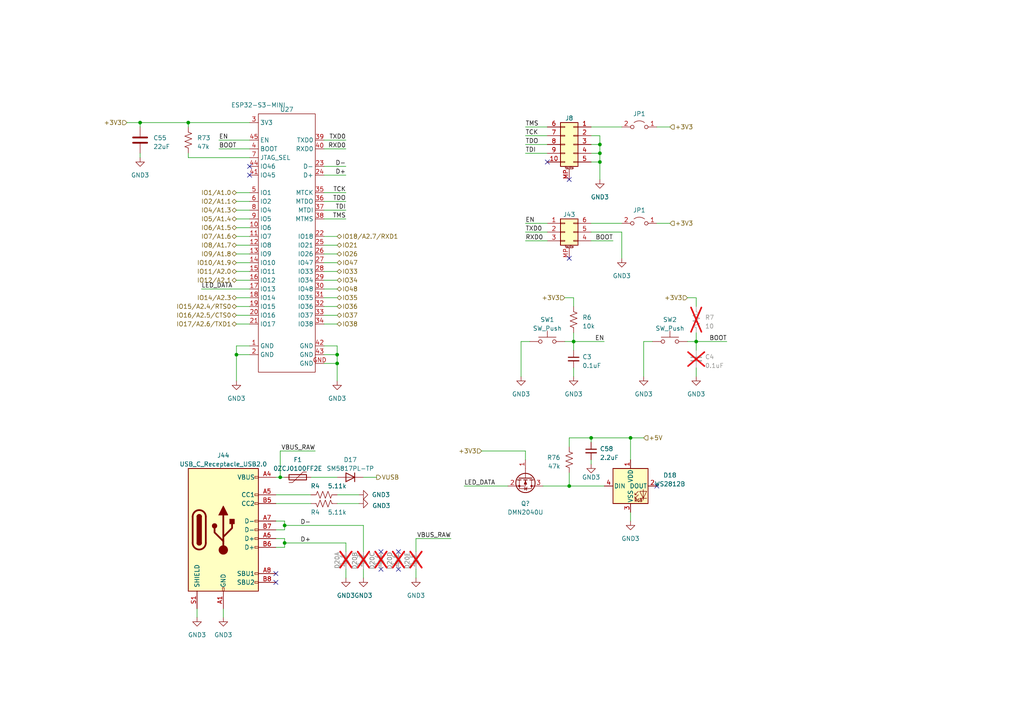
<source format=kicad_sch>
(kicad_sch (version 20230121) (generator eeschema)
  (paper "A4")
  (lib_symbols
    (symbol "Connector:USB_C_Receptacle_USB2.0" (pin_names (offset 1.016))
      (property "Reference" "J" (at -10.16 19.05 0))
      (property "Value" "USB_C_Receptacle_USB2.0" (at 19.05 19.05 0))
      (symbol "USB_C_Receptacle_USB2.0_0_0"
        (rectangle (start -0.254 -17.78) (end 0.254 -16.764))
        (rectangle (start 10.16 -14.986) (end 9.144 -15.494))
        (rectangle (start 10.16 -12.446) (end 9.144 -12.954))
        (rectangle (start 10.16 -4.826) (end 9.144 -5.334))
        (rectangle (start 10.16 -2.286) (end 9.144 -2.794))
        (rectangle (start 10.16 0.254) (end 9.144 -0.254))
        (rectangle (start 10.16 2.794) (end 9.144 2.286))
        (rectangle (start 10.16 7.874) (end 9.144 7.366))
        (rectangle (start 10.16 10.414) (end 9.144 9.906))
        (rectangle (start 10.16 15.494) (end 9.144 14.986))
      )
      (symbol "USB_C_Receptacle_USB2.0_0_1"
        (rectangle (start -10.16 17.78) (end 10.16 -17.78) (stroke (width 0.254)) (fill (type background)))
        (arc (start -8.89 -3.81) (mid -6.985 -5.7067) (end -5.08 -3.81) (stroke (width 0.508)))
        (arc (start -7.62 -3.81) (mid -6.985 -4.4423) (end -6.35 -3.81) (stroke (width 0.254)))
        (arc (start -7.62 -3.81) (mid -6.985 -4.4423) (end -6.35 -3.81) (stroke (width 0.254)) (fill (type outline)))
        (rectangle (start -7.62 -3.81) (end -6.35 3.81) (stroke (width 0.254)) (fill (type outline)))
        (arc (start -6.35 3.81) (mid -6.985 4.4423) (end -7.62 3.81) (stroke (width 0.254)))
        (arc (start -6.35 3.81) (mid -6.985 4.4423) (end -7.62 3.81) (stroke (width 0.254)) (fill (type outline)))
        (arc (start -5.08 3.81) (mid -6.985 5.7067) (end -8.89 3.81) (stroke (width 0.508)))
        (circle (center -2.54 1.143) (radius 0.635) (stroke (width 0.254)) (fill (type outline)))
        (circle (center 0 -5.842) (radius 1.27) (fill (type outline)))
        (polyline (pts (xy -8.89 -3.81) (xy -8.89 3.81)) (stroke (width 0.508)))
        (polyline (pts (xy -5.08 3.81) (xy -5.08 -3.81)) (stroke (width 0.508)))
        (polyline (pts (xy 0 -5.842) (xy 0 4.318)) (stroke (width 0.508)))
        (polyline (pts (xy 0 -3.302) (xy -2.54 -0.762) (xy -2.54 0.508)) (stroke (width 0.508)))
        (polyline (pts (xy 0 -2.032) (xy 2.54 0.508) (xy 2.54 1.778)) (stroke (width 0.508)))
        (polyline (pts (xy -1.27 4.318) (xy 0 6.858) (xy 1.27 4.318) (xy -1.27 4.318)) (stroke (width 0.254)) (fill (type outline)))
        (rectangle (start 1.905 1.778) (end 3.175 3.048) (stroke (width 0.254)) (fill (type outline)))
      )
      (symbol "USB_C_Receptacle_USB2.0_1_1"
        (pin passive line (at 0 -22.86 90) (length 5.08) (name "GND") (number "A1"))
        (pin passive line (at 0 -22.86 90) (length 5.08) hide (name "GND") (number "A12"))
        (pin passive line (at 15.24 15.24 180) (length 5.08) (name "VBUS") (number "A4"))
        (pin bidirectional line (at 15.24 10.16 180) (length 5.08) (name "CC1") (number "A5"))
        (pin bidirectional line (at 15.24 -2.54 180) (length 5.08) (name "D+") (number "A6"))
        (pin bidirectional line (at 15.24 2.54 180) (length 5.08) (name "D-") (number "A7"))
        (pin bidirectional line (at 15.24 -12.7 180) (length 5.08) (name "SBU1") (number "A8"))
        (pin passive line (at 15.24 15.24 180) (length 5.08) hide (name "VBUS") (number "A9"))
        (pin passive line (at 0 -22.86 90) (length 5.08) hide (name "GND") (number "B1"))
        (pin passive line (at 0 -22.86 90) (length 5.08) hide (name "GND") (number "B12"))
        (pin passive line (at 15.24 15.24 180) (length 5.08) hide (name "VBUS") (number "B4"))
        (pin bidirectional line (at 15.24 7.62 180) (length 5.08) (name "CC2") (number "B5"))
        (pin bidirectional line (at 15.24 -5.08 180) (length 5.08) (name "D+") (number "B6"))
        (pin bidirectional line (at 15.24 0 180) (length 5.08) (name "D-") (number "B7"))
        (pin bidirectional line (at 15.24 -15.24 180) (length 5.08) (name "SBU2") (number "B8"))
        (pin passive line (at 15.24 15.24 180) (length 5.08) hide (name "VBUS") (number "B9"))
        (pin passive line (at -7.62 -22.86 90) (length 5.08) (name "SHIELD") (number "S1"))
      )
    )
    (symbol "Connector_Generic_MountingPin:Conn_02x03_Counter_Clockwise_MountingPin" (pin_names (offset 1.016) hide)
      (property "Reference" "J" (at 1.27 5.08 0))
      (property "Value" "Conn_02x03_Counter_Clockwise_MountingPin" (at 2.54 -5.08 0))
      (symbol "Conn_02x03_Counter_Clockwise_MountingPin_1_1"
        (rectangle (start -1.27 -2.413) (end 0 -2.667) (stroke (width 0.1524)))
        (rectangle (start -1.27 0.127) (end 0 -0.127) (stroke (width 0.1524)))
        (rectangle (start -1.27 2.667) (end 0 2.413) (stroke (width 0.1524)))
        (rectangle (start -1.27 3.81) (end 3.81 -3.81) (stroke (width 0.254)) (fill (type background)))
        (polyline (pts (xy 0.254 -4.572) (xy 2.286 -4.572)) (stroke (width 0.1524)))
        (rectangle (start 3.81 -2.413) (end 2.54 -2.667) (stroke (width 0.1524)))
        (rectangle (start 3.81 0.127) (end 2.54 -0.127) (stroke (width 0.1524)))
        (rectangle (start 3.81 2.667) (end 2.54 2.413) (stroke (width 0.1524)))
        (text "Mounting" (at 1.27 -4.191 0) (effects (font (size 0.381 0.381))))
        (pin passive line (at -5.08 2.54 0) (length 3.81) (name "Pin_1") (number "1"))
        (pin passive line (at -5.08 0 0) (length 3.81) (name "Pin_2") (number "2"))
        (pin passive line (at -5.08 -2.54 0) (length 3.81) (name "Pin_3") (number "3"))
        (pin passive line (at 7.62 -2.54 180) (length 3.81) (name "Pin_4") (number "4"))
        (pin passive line (at 7.62 0 180) (length 3.81) (name "Pin_5") (number "5"))
        (pin passive line (at 7.62 2.54 180) (length 3.81) (name "Pin_6") (number "6"))
        (pin passive line (at 1.27 -7.62 90) (length 3.048) (name "MountPin") (number "MP"))
      )
    )
    (symbol "Connector_Generic_MountingPin:Conn_02x05_Top_Bottom_MountingPin" (pin_names (offset 1.016) hide)
      (property "Reference" "J" (at 1.27 7.62 0))
      (property "Value" "Conn_02x05_Top_Bottom_MountingPin" (at 2.54 -7.62 0))
      (symbol "Conn_02x05_Top_Bottom_MountingPin_1_1"
        (rectangle (start -1.27 -4.953) (end 0 -5.207) (stroke (width 0.1524)))
        (rectangle (start -1.27 -2.413) (end 0 -2.667) (stroke (width 0.1524)))
        (rectangle (start -1.27 0.127) (end 0 -0.127) (stroke (width 0.1524)))
        (rectangle (start -1.27 2.667) (end 0 2.413) (stroke (width 0.1524)))
        (rectangle (start -1.27 5.207) (end 0 4.953) (stroke (width 0.1524)))
        (rectangle (start -1.27 6.35) (end 3.81 -6.35) (stroke (width 0.254)) (fill (type background)))
        (polyline (pts (xy 0.254 -7.112) (xy 2.286 -7.112)) (stroke (width 0.1524)))
        (rectangle (start 3.81 -4.953) (end 2.54 -5.207) (stroke (width 0.1524)))
        (rectangle (start 3.81 -2.413) (end 2.54 -2.667) (stroke (width 0.1524)))
        (rectangle (start 3.81 0.127) (end 2.54 -0.127) (stroke (width 0.1524)))
        (rectangle (start 3.81 2.667) (end 2.54 2.413) (stroke (width 0.1524)))
        (rectangle (start 3.81 5.207) (end 2.54 4.953) (stroke (width 0.1524)))
        (text "Mounting" (at 1.27 -6.731 0) (effects (font (size 0.381 0.381))))
        (pin passive line (at -5.08 5.08 0) (length 3.81) (name "Pin_1") (number "1"))
        (pin passive line (at 7.62 -5.08 180) (length 3.81) (name "Pin_10") (number "10"))
        (pin passive line (at -5.08 2.54 0) (length 3.81) (name "Pin_2") (number "2"))
        (pin passive line (at -5.08 0 0) (length 3.81) (name "Pin_3") (number "3"))
        (pin passive line (at -5.08 -2.54 0) (length 3.81) (name "Pin_4") (number "4"))
        (pin passive line (at -5.08 -5.08 0) (length 3.81) (name "Pin_5") (number "5"))
        (pin passive line (at 7.62 5.08 180) (length 3.81) (name "Pin_6") (number "6"))
        (pin passive line (at 7.62 2.54 180) (length 3.81) (name "Pin_7") (number "7"))
        (pin passive line (at 7.62 0 180) (length 3.81) (name "Pin_8") (number "8"))
        (pin passive line (at 7.62 -2.54 180) (length 3.81) (name "Pin_9") (number "9"))
        (pin passive line (at 1.27 -10.16 90) (length 3.048) (name "MountPin") (number "MP"))
      )
    )
    (symbol "Device:C" (pin_numbers hide) (pin_names (offset 0.254))
      (property "Reference" "C" (at 0.635 2.54 0))
      (property "Value" "C" (at 0.635 -2.54 0))
      (symbol "C_0_1"
        (polyline (pts (xy -2.032 -0.762) (xy 2.032 -0.762)) (stroke (width 0.508)))
        (polyline (pts (xy -2.032 0.762) (xy 2.032 0.762)) (stroke (width 0.508)))
      )
      (symbol "C_1_1"
        (pin passive line (at 0 3.81 270) (length 2.794) (name "~") (number "1"))
        (pin passive line (at 0 -3.81 90) (length 2.794) (name "~") (number "2"))
      )
    )
    (symbol "Device:C_Small" (pin_numbers hide) (pin_names (offset 0.254) hide)
      (property "Reference" "C" (at 0.254 1.778 0))
      (property "Value" "C_Small" (at 0.254 -2.032 0))
      (symbol "C_Small_0_1"
        (polyline (pts (xy -1.524 -0.508) (xy 1.524 -0.508)) (stroke (width 0.3302)))
        (polyline (pts (xy -1.524 0.508) (xy 1.524 0.508)) (stroke (width 0.3048)))
      )
      (symbol "C_Small_1_1"
        (pin passive line (at 0 2.54 270) (length 2.032) (name "~") (number "1"))
        (pin passive line (at 0 -2.54 90) (length 2.032) (name "~") (number "2"))
      )
    )
    (symbol "Device:D" (pin_numbers hide) (pin_names (offset 1.016) hide)
      (property "Reference" "D" (at 0 2.54 0))
      (property "Value" "D" (at 0 -2.54 0))
      (symbol "D_0_1"
        (polyline (pts (xy -1.27 1.27) (xy -1.27 -1.27)) (stroke (width 0.254)))
        (polyline (pts (xy 1.27 0) (xy -1.27 0)))
        (polyline (pts (xy 1.27 1.27) (xy 1.27 -1.27) (xy -1.27 0) (xy 1.27 1.27)) (stroke (width 0.254)))
      )
      (symbol "D_1_1"
        (pin passive line (at -3.81 0 0) (length 2.54) (name "K") (number "1"))
        (pin passive line (at 3.81 0 180) (length 2.54) (name "A") (number "2"))
      )
    )
    (symbol "Device:Polyfuse" (pin_numbers hide) (pin_names (offset 0))
      (property "Reference" "F" (at -2.54 0 90))
      (property "Value" "Polyfuse" (at 2.54 0 90))
      (symbol "Polyfuse_0_1"
        (rectangle (start -0.762 2.54) (end 0.762 -2.54) (stroke (width 0.254)))
        (polyline (pts (xy 0 2.54) (xy 0 -2.54)))
        (polyline (pts (xy -1.524 2.54) (xy -1.524 1.524) (xy 1.524 -1.524) (xy 1.524 -2.54)))
      )
      (symbol "Polyfuse_1_1"
        (pin passive line (at 0 3.81 270) (length 1.27) (name "~") (number "1"))
        (pin passive line (at 0 -3.81 90) (length 1.27) (name "~") (number "2"))
      )
    )
    (symbol "Device:Q_NMOS_GSD" (pin_names (offset 0) hide)
      (property "Reference" "Q" (at 5.08 1.27 0))
      (property "Value" "Q_NMOS_GSD" (at 5.08 -1.27 0))
      (symbol "Q_NMOS_GSD_0_1"
        (polyline (pts (xy 0.254 0) (xy -2.54 0)))
        (polyline (pts (xy 0.254 1.905) (xy 0.254 -1.905)) (stroke (width 0.254)))
        (polyline (pts (xy 0.762 -1.27) (xy 0.762 -2.286)) (stroke (width 0.254)))
        (polyline (pts (xy 0.762 0.508) (xy 0.762 -0.508)) (stroke (width 0.254)))
        (polyline (pts (xy 0.762 2.286) (xy 0.762 1.27)) (stroke (width 0.254)))
        (polyline (pts (xy 2.54 2.54) (xy 2.54 1.778)))
        (polyline (pts (xy 2.54 -2.54) (xy 2.54 0) (xy 0.762 0)))
        (polyline (pts (xy 0.762 -1.778) (xy 3.302 -1.778) (xy 3.302 1.778) (xy 0.762 1.778)))
        (polyline (pts (xy 1.016 0) (xy 2.032 0.381) (xy 2.032 -0.381) (xy 1.016 0)) (fill (type outline)))
        (polyline (pts (xy 2.794 0.508) (xy 2.921 0.381) (xy 3.683 0.381) (xy 3.81 0.254)))
        (polyline (pts (xy 3.302 0.381) (xy 2.921 -0.254) (xy 3.683 -0.254) (xy 3.302 0.381)))
        (circle (center 1.651 0) (radius 2.794) (stroke (width 0.254)))
        (circle (center 2.54 -1.778) (radius 0.254) (fill (type outline)))
        (circle (center 2.54 1.778) (radius 0.254) (fill (type outline)))
      )
      (symbol "Q_NMOS_GSD_1_1"
        (pin input line (at -5.08 0 0) (length 2.54) (name "G") (number "1"))
        (pin passive line (at 2.54 -5.08 90) (length 2.54) (name "S") (number "2"))
        (pin passive line (at 2.54 5.08 270) (length 2.54) (name "D") (number "3"))
      )
    )
    (symbol "Device:R_US" (pin_numbers hide) (pin_names (offset 0))
      (property "Reference" "R" (at 2.54 0 90))
      (property "Value" "R_US" (at -2.54 0 90))
      (symbol "R_US_0_1"
        (polyline (pts (xy 0 -2.286) (xy 0 -2.54)))
        (polyline (pts (xy 0 2.286) (xy 0 2.54)))
        (polyline (pts (xy 0 -0.762) (xy 1.016 -1.143) (xy 0 -1.524) (xy -1.016 -1.905) (xy 0 -2.286)))
        (polyline (pts (xy 0 0.762) (xy 1.016 0.381) (xy 0 0) (xy -1.016 -0.381) (xy 0 -0.762)))
        (polyline (pts (xy 0 2.286) (xy 1.016 1.905) (xy 0 1.524) (xy -1.016 1.143) (xy 0 0.762)))
      )
      (symbol "R_US_1_1"
        (pin passive line (at 0 3.81 270) (length 1.27) (name "~") (number "1"))
        (pin passive line (at 0 -3.81 90) (length 1.27) (name "~") (number "2"))
      )
    )
    (symbol "Jumper:Jumper_2_Open" (pin_names (offset 0) hide)
      (property "Reference" "JP" (at 0 2.794 0))
      (property "Value" "Jumper_2_Open" (at 0 -2.286 0))
      (symbol "Jumper_2_Open_0_0"
        (circle (center -2.032 0) (radius 0.508))
        (circle (center 2.032 0) (radius 0.508))
      )
      (symbol "Jumper_2_Open_0_1"
        (arc (start 1.524 1.27) (mid 0 1.778) (end -1.524 1.27))
      )
      (symbol "Jumper_2_Open_1_1"
        (pin passive line (at -5.08 0 0) (length 2.54) (name "A") (number "1"))
        (pin passive line (at 5.08 0 180) (length 2.54) (name "B") (number "2"))
      )
    )
    (symbol "LED:WS2812B" (pin_names (offset 0.254))
      (property "Reference" "D" (at 5.08 5.715 0))
      (property "Value" "WS2812B" (at 1.27 -5.715 0))
      (symbol "WS2812B_0_0"
        (text "RGB" (at 2.286 -4.191 0) (effects (font (size 0.762 0.762))))
      )
      (symbol "WS2812B_0_1"
        (polyline (pts (xy 1.27 -3.556) (xy 1.778 -3.556)))
        (polyline (pts (xy 1.27 -2.54) (xy 1.778 -2.54)))
        (polyline (pts (xy 4.699 -3.556) (xy 2.667 -3.556)))
        (polyline (pts (xy 2.286 -2.54) (xy 1.27 -3.556) (xy 1.27 -3.048)))
        (polyline (pts (xy 2.286 -1.524) (xy 1.27 -2.54) (xy 1.27 -2.032)))
        (polyline (pts (xy 3.683 -1.016) (xy 3.683 -3.556) (xy 3.683 -4.064)))
        (polyline (pts (xy 4.699 -1.524) (xy 2.667 -1.524) (xy 3.683 -3.556) (xy 4.699 -1.524)))
        (rectangle (start 5.08 5.08) (end -5.08 -5.08) (stroke (width 0.254)) (fill (type background)))
      )
      (symbol "WS2812B_1_1"
        (pin power_in line (at 0 7.62 270) (length 2.54) (name "VDD") (number "1"))
        (pin output line (at 7.62 0 180) (length 2.54) (name "DOUT") (number "2"))
        (pin power_in line (at 0 -7.62 90) (length 2.54) (name "VSS") (number "3"))
        (pin input line (at -7.62 0 0) (length 2.54) (name "DIN") (number "4"))
      )
    )
    (symbol "Rumission:D5V0F4U6SO" (pin_names hide)
      (property "Reference" "D" (at 0 0 0))
      (symbol "D5V0F4U6SO_1_1"
        (polyline (pts (xy -1.27 -2.54) (xy 0.762 -2.54)))
        (polyline (pts (xy -1.27 -1.524) (xy -1.27 -3.556) (xy -0.762 -3.556)))
        (polyline (pts (xy 0.762 -1.524) (xy -1.27 -2.54) (xy 0.762 -3.556) (xy 0.762 -1.524)))
        (pin passive line (at -2.54 -2.54 0) (length 2.54) (name "K1") (number "1"))
        (pin passive line (at 2.54 -2.54 180) (length 2.54) (name "A") (number "2"))
      )
      (symbol "D5V0F4U6SO_2_1"
        (polyline (pts (xy -1.27 -2.54) (xy 0.762 -2.54)))
        (polyline (pts (xy -1.27 -1.524) (xy -1.27 -3.556) (xy -0.762 -3.556)))
        (polyline (pts (xy 0.762 -1.524) (xy -1.27 -2.54) (xy 0.762 -3.556) (xy 0.762 -1.524)))
        (pin passive line (at 2.54 -2.54 180) (length 2.54) (name "A") (number "2"))
        (pin passive line (at -2.54 -2.54 0) (length 2.54) (name "K2") (number "3"))
      )
      (symbol "D5V0F4U6SO_3_1"
        (polyline (pts (xy -1.27 -2.54) (xy 0.762 -2.54)))
        (polyline (pts (xy -1.27 -1.524) (xy -1.27 -3.556) (xy -0.762 -3.556)))
        (polyline (pts (xy 0.762 -1.524) (xy -1.27 -2.54) (xy 0.762 -3.556) (xy 0.762 -1.524)))
        (pin passive line (at 2.54 -2.54 180) (length 2.54) (name "A") (number "2"))
        (pin passive line (at -2.54 -2.54 0) (length 2.54) (name "K3") (number "4"))
      )
      (symbol "D5V0F4U6SO_4_1"
        (polyline (pts (xy -1.27 -2.54) (xy 0.762 -2.54)))
        (polyline (pts (xy -1.27 -1.524) (xy -1.27 -3.556) (xy -0.762 -3.556)))
        (polyline (pts (xy 0.762 -1.524) (xy -1.27 -2.54) (xy 0.762 -3.556) (xy 0.762 -1.524)))
        (pin passive line (at 2.54 -2.54 180) (length 2.54) (name "A") (number "2"))
        (pin passive line (at -2.54 -2.54 0) (length 2.54) (name "K4") (number "6"))
      )
      (symbol "D5V0F4U6SO_5_1"
        (polyline (pts (xy 0 -5.08) (xy 0 -7.112)))
        (polyline (pts (xy 1.016 -5.08) (xy -1.016 -5.08) (xy -1.016 -5.588)))
        (polyline (pts (xy 1.016 -7.112) (xy 0 -5.08) (xy -1.016 -7.112) (xy 1.016 -7.112)))
        (pin passive line (at 0 -8.89 90) (length 2.54) (name "A") (number "2"))
        (pin passive line (at 0 -3.81 270) (length 2.54) (name "K_Vcc") (number "5"))
      )
    )
    (symbol "Rumission:ESP32-S3-MINI"
      (property "Reference" "U" (at 0 0 0))
      (symbol "ESP32-S3-MINI_0_1"
        (rectangle (start 0 -2.54) (end 16.51 -77.47))
      )
      (symbol "ESP32-S3-MINI_1_1"
        (pin power_out line (at -2.54 -69.85 0) (length 2.54) (name "GND") (number "1"))
        (pin bidirectional line (at -2.54 -35.56 0) (length 2.54) (name "IO6") (number "10"))
        (pin bidirectional line (at -2.54 -38.1 0) (length 2.54) (name "IO7") (number "11"))
        (pin bidirectional line (at -2.54 -40.64 0) (length 2.54) (name "IO8") (number "12"))
        (pin bidirectional line (at -2.54 -43.18 0) (length 2.54) (name "IO9") (number "13"))
        (pin bidirectional line (at -2.54 -45.72 0) (length 2.54) (name "IO10") (number "14"))
        (pin bidirectional line (at -2.54 -48.26 0) (length 2.54) (name "IO11") (number "15"))
        (pin bidirectional line (at -2.54 -50.8 0) (length 2.54) (name "IO12") (number "16"))
        (pin bidirectional line (at -2.54 -53.34 0) (length 2.54) (name "IO13") (number "17"))
        (pin bidirectional line (at -2.54 -55.88 0) (length 2.54) (name "IO14") (number "18"))
        (pin bidirectional line (at -2.54 -58.42 0) (length 2.54) (name "IO15") (number "19"))
        (pin power_out line (at -2.54 -72.39 0) (length 2.54) (name "GND") (number "2"))
        (pin bidirectional line (at -2.54 -60.96 0) (length 2.54) (name "IO16") (number "20"))
        (pin bidirectional line (at -2.54 -63.5 0) (length 2.54) (name "IO17") (number "21"))
        (pin bidirectional line (at 19.05 -38.1 180) (length 2.54) (name "IO18") (number "22"))
        (pin bidirectional line (at 19.05 -17.78 180) (length 2.54) (name "D-") (number "23"))
        (pin bidirectional line (at 19.05 -20.32 180) (length 2.54) (name "D+") (number "24"))
        (pin bidirectional line (at 19.05 -40.64 180) (length 2.54) (name "IO21") (number "25"))
        (pin bidirectional line (at 19.05 -43.18 180) (length 2.54) (name "IO26") (number "26"))
        (pin bidirectional line (at 19.05 -45.72 180) (length 2.54) (name "IO47") (number "27"))
        (pin bidirectional line (at 19.05 -48.26 180) (length 2.54) (name "IO33") (number "28"))
        (pin bidirectional line (at 19.05 -50.8 180) (length 2.54) (name "IO34") (number "29"))
        (pin input line (at -2.54 -5.08 0) (length 2.54) (name "3V3") (number "3"))
        (pin bidirectional line (at 19.05 -53.34 180) (length 2.54) (name "IO48") (number "30"))
        (pin bidirectional line (at 19.05 -55.88 180) (length 2.54) (name "IO35") (number "31"))
        (pin bidirectional line (at 19.05 -58.42 180) (length 2.54) (name "IO36") (number "32"))
        (pin bidirectional line (at 19.05 -60.96 180) (length 2.54) (name "IO37") (number "33"))
        (pin bidirectional line (at 19.05 -63.5 180) (length 2.54) (name "IO38") (number "34"))
        (pin bidirectional line (at 19.05 -25.4 180) (length 2.54) (name "MTCK") (number "35"))
        (pin bidirectional line (at 19.05 -27.94 180) (length 2.54) (name "MTDO") (number "36"))
        (pin bidirectional line (at 19.05 -30.48 180) (length 2.54) (name "MTDI") (number "37"))
        (pin bidirectional line (at 19.05 -33.02 180) (length 2.54) (name "MTMS") (number "38"))
        (pin bidirectional line (at 19.05 -10.16 180) (length 2.54) (name "TXD0") (number "39"))
        (pin bidirectional line (at -2.54 -12.7 0) (length 2.54) (name "BOOT") (number "4"))
        (pin bidirectional line (at 19.05 -12.7 180) (length 2.54) (name "RXD0") (number "40"))
        (pin bidirectional line (at -2.54 -20.32 0) (length 2.54) (name "IO45") (number "41"))
        (pin power_out line (at 19.05 -69.85 180) (length 2.54) (name "GND") (number "42"))
        (pin power_out line (at 19.05 -72.39 180) (length 2.54) (name "GND") (number "43"))
        (pin bidirectional line (at -2.54 -17.78 0) (length 2.54) (name "IO46") (number "44"))
        (pin input line (at -2.54 -10.16 0) (length 2.54) (name "EN") (number "45"))
        (pin bidirectional line (at -2.54 -25.4 0) (length 2.54) (name "IO1") (number "5"))
        (pin bidirectional line (at -2.54 -27.94 0) (length 2.54) (name "IO2") (number "6"))
        (pin bidirectional line (at -2.54 -15.24 0) (length 2.54) (name "JTAG_SEL") (number "7"))
        (pin bidirectional line (at -2.54 -30.48 0) (length 2.54) (name "IO4") (number "8"))
        (pin bidirectional line (at -2.54 -33.02 0) (length 2.54) (name "IO5") (number "9"))
        (pin power_out line (at 19.05 -74.93 180) (length 2.54) (name "GND") (number "GND"))
      )
    )
    (symbol "Switch:SW_Push" (pin_numbers hide) (pin_names (offset 1.016) hide)
      (property "Reference" "SW" (at 1.27 2.54 0))
      (property "Value" "SW_Push" (at 0 -1.524 0))
      (symbol "SW_Push_0_1"
        (circle (center -2.032 0) (radius 0.508))
        (polyline (pts (xy 0 1.27) (xy 0 3.048)))
        (polyline (pts (xy 2.54 1.27) (xy -2.54 1.27)))
        (circle (center 2.032 0) (radius 0.508))
        (pin passive line (at -5.08 0 0) (length 2.54) (name "1") (number "1"))
        (pin passive line (at 5.08 0 180) (length 2.54) (name "2") (number "2"))
      )
    )
    (symbol "power:GND3" (power) (pin_names (offset 0))
      (property "Value" "GND3" (at 0 -3.81 0))
      (symbol "GND3_0_1"
        (polyline (pts (xy 0 0) (xy 0 -1.27) (xy 1.27 -1.27) (xy 0 -2.54) (xy -1.27 -1.27) (xy 0 -1.27)))
      )
      (symbol "GND3_1_1"
        (pin power_in line (at 0 0 270) (length 0) hide (name "GND3") (number "1"))
      )
    )
  )
  (junction (at 81.28 138.43))
  (junction (at 97.79 102.87))
  (junction (at 166.37 99.06))
  (junction (at 82.55 152.4))
  (junction (at 40.64 35.56))
  (junction (at 201.93 99.06))
  (junction (at 171.45 127))
  (junction (at 182.88 127))
  (junction (at 54.61 35.56))
  (junction (at 173.99 46.99))
  (junction (at 173.99 41.91))
  (junction (at 68.58 102.87))
  (junction (at 173.99 44.45))
  (junction (at 97.79 105.41))
  (junction (at 82.55 157.48))
  (junction (at 165.1 140.97))
  (no_connect (at 72.39 50.8))
  (no_connect (at 110.49 165.1))
  (no_connect (at 165.1 52.07))
  (no_connect (at 158.75 46.99))
  (no_connect (at 190.5 140.97))
  (no_connect (at 80.01 166.37))
  (no_connect (at 115.57 160.02))
  (no_connect (at 115.57 165.1))
  (no_connect (at 110.49 160.02))
  (no_connect (at 80.01 168.91))
  (no_connect (at 165.1 74.93))
  (no_connect (at 72.39 48.26))
  (wire (pts (xy 166.37 106.68) (xy 166.37 109.22)))
  (wire (pts (xy 93.98 91.44) (xy 97.79 91.44)))
  (wire (pts (xy 93.98 102.87) (xy 97.79 102.87)))
  (wire (pts (xy 134.62 140.97) (xy 147.32 140.97)))
  (wire (pts (xy 80.01 151.13) (xy 82.55 151.13)))
  (wire (pts (xy 165.1 140.97) (xy 175.26 140.97)))
  (wire (pts (xy 163.83 99.06) (xy 166.37 99.06)))
  (wire (pts (xy 93.98 55.88) (xy 100.33 55.88)))
  (wire (pts (xy 166.37 96.52) (xy 166.37 99.06)))
  (wire (pts (xy 68.58 63.5) (xy 72.39 63.5)))
  (wire (pts (xy 199.39 99.06) (xy 201.93 99.06)))
  (wire (pts (xy 201.93 88.9) (xy 201.93 86.36)))
  (wire (pts (xy 186.69 109.22) (xy 186.69 99.06)))
  (wire (pts (xy 68.58 88.9) (xy 72.39 88.9)))
  (wire (pts (xy 68.58 100.33) (xy 72.39 100.33)))
  (wire (pts (xy 82.55 152.4) (xy 105.41 152.4)))
  (wire (pts (xy 40.64 36.83) (xy 40.64 35.56)))
  (wire (pts (xy 63.5 43.18) (xy 72.39 43.18)))
  (wire (pts (xy 93.98 50.8) (xy 100.33 50.8)))
  (wire (pts (xy 68.58 73.66) (xy 72.39 73.66)))
  (wire (pts (xy 186.69 99.06) (xy 189.23 99.06)))
  (wire (pts (xy 68.58 102.87) (xy 68.58 100.33)))
  (wire (pts (xy 80.01 146.05) (xy 90.17 146.05)))
  (wire (pts (xy 82.55 157.48) (xy 100.33 157.48)))
  (wire (pts (xy 80.01 143.51) (xy 90.17 143.51)))
  (wire (pts (xy 81.28 138.43) (xy 82.55 138.43)))
  (wire (pts (xy 152.4 64.77) (xy 158.75 64.77)))
  (wire (pts (xy 54.61 35.56) (xy 72.39 35.56)))
  (wire (pts (xy 199.39 86.36) (xy 201.93 86.36)))
  (wire (pts (xy 152.4 67.31) (xy 158.75 67.31)))
  (wire (pts (xy 158.75 39.37) (xy 152.4 39.37)))
  (wire (pts (xy 93.98 48.26) (xy 100.33 48.26)))
  (wire (pts (xy 180.34 36.83) (xy 171.45 36.83)))
  (wire (pts (xy 82.55 158.75) (xy 80.01 158.75)))
  (wire (pts (xy 201.93 99.06) (xy 201.93 101.6)))
  (wire (pts (xy 93.98 78.74) (xy 97.79 78.74)))
  (wire (pts (xy 93.98 86.36) (xy 97.79 86.36)))
  (wire (pts (xy 68.58 93.98) (xy 72.39 93.98)))
  (wire (pts (xy 166.37 99.06) (xy 166.37 101.6)))
  (wire (pts (xy 165.1 129.54) (xy 165.1 127)))
  (wire (pts (xy 152.4 69.85) (xy 158.75 69.85)))
  (wire (pts (xy 171.45 67.31) (xy 180.34 67.31)))
  (wire (pts (xy 93.98 63.5) (xy 100.33 63.5)))
  (wire (pts (xy 105.41 160.02) (xy 105.41 152.4)))
  (wire (pts (xy 166.37 88.9) (xy 166.37 86.36)))
  (wire (pts (xy 194.31 36.83) (xy 190.5 36.83)))
  (wire (pts (xy 173.99 41.91) (xy 173.99 44.45)))
  (wire (pts (xy 97.79 143.51) (xy 104.14 143.51)))
  (wire (pts (xy 68.58 76.2) (xy 72.39 76.2)))
  (wire (pts (xy 36.83 35.56) (xy 40.64 35.56)))
  (wire (pts (xy 40.64 44.45) (xy 40.64 45.72)))
  (wire (pts (xy 93.98 58.42) (xy 100.33 58.42)))
  (wire (pts (xy 171.45 127) (xy 182.88 127)))
  (wire (pts (xy 97.79 146.05) (xy 104.14 146.05)))
  (wire (pts (xy 180.34 64.77) (xy 171.45 64.77)))
  (wire (pts (xy 93.98 60.96) (xy 100.33 60.96)))
  (wire (pts (xy 93.98 73.66) (xy 97.79 73.66)))
  (wire (pts (xy 163.83 86.36) (xy 166.37 86.36)))
  (wire (pts (xy 93.98 71.12) (xy 97.79 71.12)))
  (wire (pts (xy 182.88 127) (xy 186.69 127)))
  (wire (pts (xy 97.79 100.33) (xy 97.79 102.87)))
  (wire (pts (xy 80.01 156.21) (xy 82.55 156.21)))
  (wire (pts (xy 93.98 40.64) (xy 100.33 40.64)))
  (wire (pts (xy 81.28 130.81) (xy 91.44 130.81)))
  (wire (pts (xy 68.58 66.04) (xy 72.39 66.04)))
  (wire (pts (xy 171.45 39.37) (xy 173.99 39.37)))
  (wire (pts (xy 139.7 130.81) (xy 152.4 130.81)))
  (wire (pts (xy 158.75 41.91) (xy 152.4 41.91)))
  (wire (pts (xy 68.58 58.42) (xy 72.39 58.42)))
  (wire (pts (xy 93.98 76.2) (xy 97.79 76.2)))
  (wire (pts (xy 68.58 71.12) (xy 72.39 71.12)))
  (wire (pts (xy 93.98 43.18) (xy 100.33 43.18)))
  (wire (pts (xy 165.1 127) (xy 171.45 127)))
  (wire (pts (xy 180.34 67.31) (xy 180.34 74.93)))
  (wire (pts (xy 68.58 110.49) (xy 68.58 102.87)))
  (wire (pts (xy 40.64 35.56) (xy 54.61 35.56)))
  (wire (pts (xy 57.15 176.53) (xy 57.15 179.07)))
  (wire (pts (xy 173.99 44.45) (xy 173.99 46.99)))
  (wire (pts (xy 81.28 130.81) (xy 81.28 138.43)))
  (wire (pts (xy 90.17 138.43) (xy 97.79 138.43)))
  (wire (pts (xy 165.1 137.16) (xy 165.1 140.97)))
  (wire (pts (xy 157.48 140.97) (xy 165.1 140.97)))
  (wire (pts (xy 54.61 35.56) (xy 54.61 36.83)))
  (wire (pts (xy 171.45 133.35) (xy 171.45 134.62)))
  (wire (pts (xy 82.55 152.4) (xy 82.55 153.67)))
  (wire (pts (xy 68.58 60.96) (xy 72.39 60.96)))
  (wire (pts (xy 182.88 127) (xy 182.88 133.35)))
  (wire (pts (xy 93.98 105.41) (xy 97.79 105.41)))
  (wire (pts (xy 100.33 160.02) (xy 100.33 157.48)))
  (wire (pts (xy 201.93 99.06) (xy 210.82 99.06)))
  (wire (pts (xy 105.41 165.1) (xy 105.41 167.64)))
  (wire (pts (xy 93.98 88.9) (xy 97.79 88.9)))
  (wire (pts (xy 120.65 156.21) (xy 120.65 160.02)))
  (wire (pts (xy 173.99 41.91) (xy 171.45 41.91)))
  (wire (pts (xy 194.31 64.77) (xy 190.5 64.77)))
  (wire (pts (xy 68.58 86.36) (xy 72.39 86.36)))
  (wire (pts (xy 100.33 165.1) (xy 100.33 167.64)))
  (wire (pts (xy 171.45 69.85) (xy 177.8 69.85)))
  (wire (pts (xy 82.55 153.67) (xy 80.01 153.67)))
  (wire (pts (xy 166.37 99.06) (xy 175.26 99.06)))
  (wire (pts (xy 171.45 127) (xy 171.45 128.27)))
  (wire (pts (xy 93.98 81.28) (xy 97.79 81.28)))
  (wire (pts (xy 82.55 157.48) (xy 82.55 158.75)))
  (wire (pts (xy 68.58 102.87) (xy 72.39 102.87)))
  (wire (pts (xy 151.13 109.22) (xy 151.13 99.06)))
  (wire (pts (xy 173.99 46.99) (xy 171.45 46.99)))
  (wire (pts (xy 93.98 100.33) (xy 97.79 100.33)))
  (wire (pts (xy 54.61 45.72) (xy 72.39 45.72)))
  (wire (pts (xy 64.77 176.53) (xy 64.77 179.07)))
  (wire (pts (xy 120.65 165.1) (xy 120.65 167.64)))
  (wire (pts (xy 68.58 55.88) (xy 72.39 55.88)))
  (wire (pts (xy 105.41 138.43) (xy 109.22 138.43)))
  (wire (pts (xy 68.58 81.28) (xy 72.39 81.28)))
  (wire (pts (xy 130.81 156.21) (xy 120.65 156.21)))
  (wire (pts (xy 93.98 83.82) (xy 97.79 83.82)))
  (wire (pts (xy 93.98 93.98) (xy 97.79 93.98)))
  (wire (pts (xy 151.13 99.06) (xy 153.67 99.06)))
  (wire (pts (xy 80.01 138.43) (xy 81.28 138.43)))
  (wire (pts (xy 58.42 83.82) (xy 72.39 83.82)))
  (wire (pts (xy 201.93 106.68) (xy 201.93 109.22)))
  (wire (pts (xy 182.88 148.59) (xy 182.88 151.13)))
  (wire (pts (xy 173.99 46.99) (xy 173.99 52.07)))
  (wire (pts (xy 97.79 105.41) (xy 97.79 110.49)))
  (wire (pts (xy 158.75 44.45) (xy 152.4 44.45)))
  (wire (pts (xy 173.99 44.45) (xy 171.45 44.45)))
  (wire (pts (xy 82.55 156.21) (xy 82.55 157.48)))
  (wire (pts (xy 158.75 36.83) (xy 152.4 36.83)))
  (wire (pts (xy 68.58 78.74) (xy 72.39 78.74)))
  (wire (pts (xy 82.55 151.13) (xy 82.55 152.4)))
  (wire (pts (xy 97.79 102.87) (xy 97.79 105.41)))
  (wire (pts (xy 173.99 39.37) (xy 173.99 41.91)))
  (wire (pts (xy 68.58 68.58) (xy 72.39 68.58)))
  (wire (pts (xy 63.5 40.64) (xy 72.39 40.64)))
  (wire (pts (xy 93.98 68.58) (xy 97.79 68.58)))
  (wire (pts (xy 201.93 96.52) (xy 201.93 99.06)))
  (wire (pts (xy 54.61 44.45) (xy 54.61 45.72)))
  (wire (pts (xy 68.58 91.44) (xy 72.39 91.44)))
  (wire (pts (xy 152.4 130.81) (xy 152.4 133.35)))
  (label "TDO" (at 152.4 41.91 0))
  (label "EN" (at 63.5 40.64 0))
  (label "TMS" (at 152.4 36.83 0))
  (label "TXD0" (at 152.4 67.31 0))
  (label "EN" (at 152.4 64.77 0))
  (label "LED_DATA" (at 134.62 140.97 0))
  (label "EN" (at 175.26 99.06 180))
  (label "BOOT" (at 177.8 69.85 180))
  (label "LED_DATA" (at 58.42 83.82 0))
  (label "D-" (at 100.33 48.26 180))
  (label "TCK" (at 100.33 55.88 180))
  (label "RXD0" (at 100.33 43.18 180))
  (label "VBUS_RAW" (at 130.81 156.21 180))
  (label "D+" (at 100.33 50.8 180))
  (label "TMS" (at 100.33 63.5 180))
  (label "BOOT" (at 63.5 43.18 0))
  (label "D-" (at 90.17 152.4 180))
  (label "TXD0" (at 100.33 40.64 180))
  (label "TDI" (at 100.33 60.96 180))
  (label "RXD0" (at 152.4 69.85 0))
  (label "VBUS_RAW" (at 91.44 130.81 180))
  (label "D+" (at 90.17 157.48 180))
  (label "TDO" (at 100.33 58.42 180))
  (label "TDI" (at 152.4 44.45 0))
  (label "TCK" (at 152.4 39.37 0))
  (label "BOOT" (at 210.82 99.06 180))
  (hierarchical_label "IO47" (shape bidirectional) (at 97.79 76.2 0))
  (hierarchical_label "IO9{slash}A1.8" (shape bidirectional) (at 68.58 73.66 180))
  (hierarchical_label "IO1{slash}A1.0" (shape bidirectional) (at 68.58 55.88 180))
  (hierarchical_label "IO36" (shape bidirectional) (at 97.79 88.9 0))
  (hierarchical_label "+5V" (shape input) (at 186.69 127 0))
  (hierarchical_label "IO35" (shape bidirectional) (at 97.79 86.36 0))
  (hierarchical_label "IO37" (shape bidirectional) (at 97.79 91.44 0))
  (hierarchical_label "IO15{slash}A2.4{slash}RTS0" (shape bidirectional) (at 68.58 88.9 180))
  (hierarchical_label "IO6{slash}A1.5" (shape bidirectional) (at 68.58 66.04 180))
  (hierarchical_label "IO12{slash}A2.1" (shape bidirectional) (at 68.58 81.28 180))
  (hierarchical_label "IO14{slash}A2.3" (shape bidirectional) (at 68.58 86.36 180))
  (hierarchical_label "IO21" (shape bidirectional) (at 97.79 71.12 0))
  (hierarchical_label "IO33" (shape bidirectional) (at 97.79 78.74 0))
  (hierarchical_label "IO18{slash}A2.7{slash}RXD1" (shape bidirectional) (at 97.79 68.58 0))
  (hierarchical_label "IO16{slash}A2.5{slash}CTS0" (shape bidirectional) (at 68.58 91.44 180))
  (hierarchical_label "+3V3" (shape input) (at 139.7 130.81 180))
  (hierarchical_label "+3V3" (shape input) (at 199.39 86.36 180))
  (hierarchical_label "IO17{slash}A2.6{slash}TXD1" (shape bidirectional) (at 68.58 93.98 180))
  (hierarchical_label "IO26" (shape bidirectional) (at 97.79 73.66 0))
  (hierarchical_label "IO2{slash}A1.1" (shape bidirectional) (at 68.58 58.42 180))
  (hierarchical_label "+3V3" (shape input) (at 163.83 86.36 180))
  (hierarchical_label "IO34" (shape bidirectional) (at 97.79 81.28 0))
  (hierarchical_label "IO8{slash}A1.7" (shape bidirectional) (at 68.58 71.12 180))
  (hierarchical_label "VUSB" (shape output) (at 109.22 138.43 0))
  (hierarchical_label "IO11{slash}A2.0" (shape bidirectional) (at 68.58 78.74 180))
  (hierarchical_label "IO5{slash}A1.4" (shape bidirectional) (at 68.58 63.5 180))
  (hierarchical_label "+3V3" (shape input) (at 36.83 35.56 180))
  (hierarchical_label "+3V3" (shape input) (at 194.31 36.83 0))
  (hierarchical_label "IO10{slash}A1.9" (shape bidirectional) (at 68.58 76.2 180))
  (hierarchical_label "IO7{slash}A1.6" (shape bidirectional) (at 68.58 68.58 180))
  (hierarchical_label "IO38" (shape bidirectional) (at 97.79 93.98 0))
  (hierarchical_label "IO48" (shape bidirectional) (at 97.79 83.82 0))
  (hierarchical_label "IO4{slash}A1.3" (shape bidirectional) (at 68.58 60.96 180))
  (hierarchical_label "+3V3" (shape input) (at 194.31 64.77 0))
  (symbol (lib_id "power:GND3") (at 180.34 74.93 0) (unit 1)
    (property "Reference" "#PWR0188" (effects hide))
    (property "Value" "GND3" (at 180.34 80.01 0))
  )
  (symbol (lib_id "Rumission:D5V0F4U6SO") (at 107.95 162.56 270) (unit 2) (dnp yes)
    (property "Reference" "D20" (at 102.87 160.02 0) (effects (justify left)))
    (property "Value" "D5V0F4U6SO" (effects hide))
    (property "Footprint" "Rumission:SOT26" (effects hide))
    (property "Datasheet" "https://www.diodes.com/assets/Datasheets/D5V0F4U6SO.pdf" (effects hide))
    (property "DigiKey PN" "D5V0F4U6SO-7DICT-ND" (effects hide))
    (property "MPN" "D5V0F4U6SO-7" (effects hide))
    (property "Manufacturer" "Diodes Incorporated" (effects hide))
    (instances (project "dboards-02" (path "" (reference "D20") (unit 2)) (path "" (reference "D21") (unit 2))))
  )
  (symbol (lib_id "power:GND3") (at 40.64 45.72 0) (unit 1)
    (property "Reference" "#PWR0186" (effects hide))
    (property "Value" "GND3" (at 40.64 50.8 0))
  )
  (symbol (lib_id "Switch:SW_Push") (at 158.75 99.06 0) (unit 1)
    (property "Reference" "SW1" (at 158.75 92.71 0))
    (property "Value" "SW_Push" (at 158.75 95.25 0))
    (property "Footprint" "Button_Switch_SMD:SW_SPST_PTS645" (effects hide))
    (property "Datasheet" "https://www.ckswitches.com/media/1471/pts645.pdf" (effects hide))
    (property "DigiKey PN" "CKN11907CT-ND" (effects hide))
    (property "MPN" "PTS645SH43SMTR92 LFS" (effects hide))
    (property "Manufacturer" "C&K" (effects hide))
    (instances (project "dboards-02" (path "" (reference "SW1") (unit 1)) (path "" (reference "SW3") (unit 1))))
  )
  (symbol (lib_id "Device:R_US") (at 93.98 143.51 270) (unit 1)
    (property "Reference" "R4" (at 91.44 140.97 90))
    (property "Value" "5.11k" (at 97.79 140.97 90))
    (property "Footprint" "Resistor_SMD:R_0805_2012Metric_Pad1.20x1.40mm_HandSolder" (effects hide))
    (property "Datasheet" "https://www.yageo.com/upload/media/product/productsearch/datasheet/rchip/PYu-RC_Group_51_RoHS_L_12.pdf" (effects hide))
    (property "DigiKey PN" "311-5.11KCRCT-ND" (effects hide))
    (property "MPN" "RC0805FR-075K11L" (effects hide))
    (property "Manufacturer" "YAGEO" (effects hide))
    (instances (project "dboards-02" (path "" (reference "R4") (unit 1)) (path "" (reference "R77") (unit 1))))
  )
  (symbol (lib_id "power:GND3") (at 166.37 109.22 0) (unit 1)
    (property "Reference" "#PWR0190" (effects hide))
    (property "Value" "GND3" (at 166.37 114.3 0))
  )
  (symbol (lib_id "Device:C") (at 40.64 40.64 0) (unit 1)
    (property "Reference" "C55" (at 44.45 40.005 0) (effects (justify left)))
    (property "Value" "22uF" (at 44.45 42.545 0) (effects (justify left)))
    (property "Footprint" "Capacitor_SMD:C_0805_2012Metric_Pad1.18x1.45mm_HandSolder" (effects hide))
    (property "Datasheet" "https://media.digikey.com/pdf/Data%20Sheets/Samsung%20PDFs/CL21A226MOCLRNC_Spec.pdf" (effects hide))
    (property "DigiKey PN" "1276-6780-1-ND" (effects hide))
    (property "MPN" "CL21A226MOCLRNC" (effects hide))
    (property "Manufacturer" "Samsung Electro-Mechanics" (effects hide))
  )
  (symbol (lib_id "Rumission:D5V0F4U6SO") (at 102.87 162.56 270) (unit 1) (dnp yes)
    (property "Reference" "D20" (at 97.79 160.02 0) (effects (justify left)))
    (property "Value" "D5V0F4U6SO" (effects hide))
    (property "Footprint" "Rumission:SOT26" (effects hide))
    (property "Datasheet" "https://www.diodes.com/assets/Datasheets/D5V0F4U6SO.pdf" (effects hide))
    (property "DigiKey PN" "D5V0F4U6SO-7DICT-ND" (effects hide))
    (property "MPN" "D5V0F4U6SO-7" (effects hide))
    (property "Manufacturer" "Diodes Incorporated" (effects hide))
    (instances (project "dboards-02" (path "" (reference "D20") (unit 1)) (path "" (reference "D21") (unit 1))))
  )
  (symbol (lib_id "power:GND3") (at 120.65 167.64 0) (unit 1)
    (property "Reference" "#PWR0262" (effects hide))
    (property "Value" "GND3" (at 120.65 172.72 0))
  )
  (symbol (lib_id "Rumission:D5V0F4U6SO") (at 120.65 156.21 0) (unit 5) (dnp yes)
    (property "Reference" "D20" (at 118.11 165.1 90) (effects (justify left)))
    (property "Value" "D5V0F4U6SO" (effects hide))
    (property "Footprint" "Rumission:SOT26" (effects hide))
    (property "Datasheet" "https://www.diodes.com/assets/Datasheets/D5V0F4U6SO.pdf" (effects hide))
    (property "DigiKey PN" "D5V0F4U6SO-7DICT-ND" (effects hide))
    (property "MPN" "D5V0F4U6SO-7" (effects hide))
    (property "Manufacturer" "Diodes Incorporated" (effects hide))
    (instances (project "dboards-02" (path "" (reference "D20") (unit 5)) (path "" (reference "D21") (unit 5))))
  )
  (symbol (lib_id "power:GND3") (at 64.77 179.07 0) (unit 1)
    (property "Reference" "#PWR0200" (effects hide))
    (property "Value" "GND3" (at 64.77 184.15 0))
  )
  (symbol (lib_id "Device:C_Small") (at 171.45 130.81 0) (unit 1)
    (property "Reference" "C58" (at 173.99 130.1813 0) (effects (justify left)))
    (property "Value" "2.2uF" (at 173.99 132.7213 0) (effects (justify left)))
    (property "Footprint" "Capacitor_SMD:C_0805_2012Metric_Pad1.18x1.45mm_HandSolder" (effects hide))
    (property "Datasheet" "https://media.digikey.com/pdf/Data%20Sheets/Samsung%20PDFs/CL21B225KPFNNNE_Spec.pdf" (effects hide))
    (property "DigiKey PN" "1276-1188-1-ND" (effects hide))
    (property "MPN" "CL21B225KPFNNNE" (effects hide))
    (property "Manufacturer" "Samsung Electro-Mechanics" (effects hide))
  )
  (symbol (lib_id "power:GND3") (at 104.14 143.51 90) (mirror x) (unit 1)
    (property "Reference" "#PWR0196" (effects hide))
    (property "Value" "GND3" (at 110.49 143.51 90))
  )
  (symbol (lib_id "power:GND3") (at 173.99 52.07 0) (unit 1)
    (property "Reference" "#PWR0187" (effects hide))
    (property "Value" "GND3" (at 173.99 57.15 0))
  )
  (symbol (lib_id "LED:WS2812B") (at 182.88 140.97 0) (unit 1)
    (property "Reference" "D18" (at 194.31 137.8459 0))
    (property "Value" "WS2812B" (at 194.31 140.3859 0))
    (property "Footprint" "LED_SMD:LED_WS2812B_PLCC4_5.0x5.0mm_P3.2mm" (effects hide))
    (property "Datasheet" "https://cdn-shop.adafruit.com/datasheets/WS2812B.pdf" (effects hide))
    (property "DigiKey PN" "1568-COM-16347CT-ND" (effects hide))
    (property "MPN" "COM-16347" (effects hide))
    (property "Manufacturer" "SparkFun Electronics" (effects hide))
  )
  (symbol (lib_id "Rumission:D5V0F4U6SO") (at 118.11 162.56 270) (unit 4) (dnp yes)
    (property "Reference" "D20" (at 113.03 160.02 0) (effects (justify left)))
    (property "Value" "D5V0F4U6SO" (effects hide))
    (property "Footprint" "Rumission:SOT26" (effects hide))
    (property "Datasheet" "https://www.diodes.com/assets/Datasheets/D5V0F4U6SO.pdf" (effects hide))
    (property "DigiKey PN" "D5V0F4U6SO-7DICT-ND" (effects hide))
    (property "MPN" "D5V0F4U6SO-7" (effects hide))
    (property "Manufacturer" "Diodes Incorporated" (effects hide))
    (instances (project "dboards-02" (path "" (reference "D20") (unit 4)) (path "" (reference "D21") (unit 4))))
  )
  (symbol (lib_id "Device:R_US") (at 166.37 92.71 0) (unit 1)
    (property "Reference" "R6" (at 168.91 92.075 0) (effects (justify left)))
    (property "Value" "10k" (at 168.91 94.615 0) (effects (justify left)))
    (property "Footprint" "Resistor_THT:R_Axial_DIN0207_L6.3mm_D2.5mm_P10.16mm_Horizontal" (effects hide))
    (property "Datasheet" "https://www.yageo.com/upload/media/product/productsearch/datasheet/lr/YAGEO%20MFR_datasheet_2021v1.pdf" (effects hide))
    (property "DigiKey PN" "13-MFR-25FRF52-10KCT-ND" (effects hide))
    (property "MPN" "MFR-25FRF52-10K" (effects hide))
    (property "Manufacturer" "YAGEO" (effects hide))
    (instances (project "dboards-02" (path "" (reference "R6") (unit 1)) (path "" (reference "R74") (unit 1))))
  )
  (symbol (lib_id "Jumper:Jumper_2_Open") (at 185.42 64.77 0) (mirror y) (unit 1)
    (property "Reference" "JP1" (at 185.42 60.96 0))
    (property "Value" "Jumper_2_Open" (effects hide))
    (property "Footprint" "Connector_PinHeader_2.54mm:PinHeader_1x02_P2.54mm_Vertical" (effects hide))
    (property "Datasheet" "https://cdn.amphenol-cs.com/media/wysiwyg/files/drawing/77311.pdf" (effects hide))
    (property "DigiKey PN" "609-4434-ND" (effects hide))
    (property "MPN" "77311-118-02LF" (effects hide))
    (property "Manufacturer" "Amphenol ICC (FCI)" (effects hide))
    (instances (project "dboards-02" (path "" (reference "JP1") (unit 1)) (path "" (reference "JP4") (unit 1))))
  )
  (symbol (lib_id "power:GND3") (at 201.93 109.22 0) (unit 1)
    (property "Reference" "#PWR0192" (effects hide))
    (property "Value" "GND3" (at 201.93 114.3 0))
  )
  (symbol (lib_id "power:GND3") (at 171.45 134.62 0) (unit 1)
    (property "Reference" "#PWR0195" (effects hide))
    (property "Value" "GND3" (at 171.45 138.43 0))
  )
  (symbol (lib_id "power:GND3") (at 68.58 110.49 0) (unit 1)
    (property "Reference" "#PWR0193" (effects hide))
    (property "Value" "GND3" (at 68.58 115.57 0))
  )
  (symbol (lib_id "Connector:USB_C_Receptacle_USB2.0") (at 64.77 153.67 0) (unit 1)
    (property "Reference" "J44" (at 64.77 132.08 0))
    (property "Value" "USB_C_Receptacle_USB2.0" (at 64.77 134.62 0))
    (property "Footprint" "Connector_USB:USB_C_Receptacle_Amphenol_12401610E4-2A" (effects hide))
    (property "Datasheet" "https://www.usb.org/sites/default/files/documents/usb_type-c.zip" (effects hide))
    (property "DigiKey PN" "12401610E4#2ACT-ND" (effects hide))
    (property "MPN" "12401610E4#2A" (effects hide))
    (property "Manufacturer" "Amphenol ICC (Commercial Products)" (effects hide))
  )
  (symbol (lib_id "Jumper:Jumper_2_Open") (at 185.42 36.83 0) (mirror y) (unit 1)
    (property "Reference" "JP1" (at 185.42 33.02 0))
    (property "Value" "Jumper_2_Open" (effects hide))
    (property "Footprint" "Connector_PinHeader_2.54mm:PinHeader_1x02_P2.54mm_Vertical" (effects hide))
    (property "Datasheet" "https://cdn.amphenol-cs.com/media/wysiwyg/files/drawing/77311.pdf" (effects hide))
    (property "DigiKey PN" "609-4434-ND" (effects hide))
    (property "MPN" "77311-118-02LF" (effects hide))
    (property "Manufacturer" "Amphenol ICC (FCI)" (effects hide))
    (instances (project "dboards-02" (path "" (reference "JP1") (unit 1)) (path "" (reference "JP3") (unit 1))))
  )
  (symbol (lib_id "power:GND3") (at 97.79 110.49 0) (unit 1)
    (property "Reference" "#PWR0194" (effects hide))
    (property "Value" "GND3" (at 97.79 115.57 0))
  )
  (symbol (lib_id "Device:R_US") (at 165.1 133.35 0) (unit 1)
    (property "Reference" "R76" (at 162.56 132.715 0) (effects (justify right)))
    (property "Value" "47k" (at 162.56 135.255 0) (effects (justify right)))
    (property "Footprint" "Resistor_SMD:R_0805_2012Metric_Pad1.20x1.40mm_HandSolder" (effects hide))
    (property "Datasheet" "https://www.yageo.com/upload/media/product/productsearch/datasheet/rchip/PYu-RC_Group_51_RoHS_L_12.pdf" (effects hide))
    (property "DigiKey PN" "311-47.0KCRCT-ND" (effects hide))
    (property "MPN" "RC0805FR-0747KL" (effects hide))
    (property "Manufacturer" "YAGEO" (effects hide))
  )
  (symbol (lib_id "Device:D") (at 101.6 138.43 180) (unit 1)
    (property "Reference" "D17" (at 101.6 133.35 0))
    (property "Value" "SM5817PL-TP" (at 101.6 135.89 0))
    (property "Footprint" "Diode_SMD:D_SOD-123" (effects hide))
    (property "Datasheet" "https://www.mccsemi.com/pdf/Products/SM5817PL-SM5819PL(SOD-123FL).PDF" (effects hide))
    (property "Sim.Device" "D" (effects hide))
    (property "Sim.Pins" "1=K 2=A" (effects hide))
    (property "DigiKey PN" "SM5817PL-TPMSCT-ND" (effects hide))
    (property "MPN" "SM5817PL-TP" (effects hide))
    (property "Manufacturer" "Micro Commercial Co" (effects hide))
  )
  (symbol (lib_id "power:GND3") (at 57.15 179.07 0) (unit 1)
    (property "Reference" "#PWR0199" (effects hide))
    (property "Value" "GND3" (at 57.15 184.15 0))
  )
  (symbol (lib_id "power:GND3") (at 182.88 151.13 0) (unit 1)
    (property "Reference" "#PWR0198" (effects hide))
    (property "Value" "GND3" (at 182.88 156.21 0))
  )
  (symbol (lib_id "Device:C_Small") (at 201.93 104.14 0) (unit 1) (in_bom no) (dnp yes)
    (property "Reference" "C4" (at 204.47 103.5113 0) (effects (justify left)))
    (property "Value" "0.1uF" (at 204.47 106.0513 0) (effects (justify left)))
    (property "Footprint" "Capacitor_THT:C_Disc_D5.0mm_W2.5mm_P5.00mm" (effects hide))
    (property "Datasheet" "https://product.tdk.com/en/system/files?file=dam/doc/product/capacitor/ceramic/lead-mlcc/catalog/leadmlcc_halogenfree_fa150_en.pdf" (effects hide))
    (property "DigiKey PN" "445-181217-ND" (effects hide))
    (property "MPN" "FA28X8R1E104KNU00" (effects hide))
    (property "Manufacturer" "TDK Corporation" (effects hide))
    (instances (project "dboards-02" (path "" (reference "C4") (unit 1)) (path "" (reference "C57") (unit 1))))
  )
  (symbol (lib_id "power:GND3") (at 104.14 146.05 90) (unit 1)
    (property "Reference" "#PWR0197" (effects hide))
    (property "Value" "GND3" (at 107.95 146.685 90) (effects (justify right)))
  )
  (symbol (lib_id "power:GND3") (at 186.69 109.22 0) (unit 1)
    (property "Reference" "#PWR0191" (effects hide))
    (property "Value" "GND3" (at 186.69 114.3 0))
  )
  (symbol (lib_id "Rumission:D5V0F4U6SO") (at 113.03 162.56 270) (unit 3) (dnp yes)
    (property "Reference" "D20" (at 107.95 160.02 0) (effects (justify left)))
    (property "Value" "D5V0F4U6SO" (effects hide))
    (property "Footprint" "Rumission:SOT26" (effects hide))
    (property "Datasheet" "https://www.diodes.com/assets/Datasheets/D5V0F4U6SO.pdf" (effects hide))
    (property "DigiKey PN" "D5V0F4U6SO-7DICT-ND" (effects hide))
    (property "MPN" "D5V0F4U6SO-7" (effects hide))
    (property "Manufacturer" "Diodes Incorporated" (effects hide))
    (instances (project "dboards-02" (path "" (reference "D20") (unit 3)) (path "" (reference "D21") (unit 3))))
  )
  (symbol (lib_id "Connector_Generic_MountingPin:Conn_02x05_Top_Bottom_MountingPin") (at 166.37 41.91 0) (mirror y) (unit 1)
    (property "Reference" "J8" (at 165.1 34.29 0))
    (property "Value" "Conn_02x05_Top_Bottom_MountingPin" (effects hide))
    (property "Footprint" "Connector_PinSocket_1.27mm:PinSocket_2x05_P1.27mm_Vertical" (effects hide))
    (property "Datasheet" "http://www.on-shore.com/wp-content/uploads/2018/04/302-SXX1.pdf" (effects hide))
    (property "DigiKey PN" "ED1543-ND" (effects hide))
    (property "MPN" "302-S101" (effects hide))
    (property "Manufacturer" "On Shore Technology Inc." (effects hide))
    (instances (project "dboards-02" (path "" (reference "J8") (unit 1)) (path "" (reference "J42") (unit 1))))
  )
  (symbol (lib_id "Device:C_Small") (at 166.37 104.14 0) (unit 1)
    (property "Reference" "C3" (at 168.91 103.5113 0) (effects (justify left)))
    (property "Value" "0.1uF" (at 168.91 106.0513 0) (effects (justify left)))
    (property "Footprint" "Capacitor_THT:C_Disc_D5.0mm_W2.5mm_P5.00mm" (effects hide))
    (property "Datasheet" "https://product.tdk.com/en/system/files?file=dam/doc/product/capacitor/ceramic/lead-mlcc/catalog/leadmlcc_halogenfree_fa150_en.pdf" (effects hide))
    (property "DigiKey PN" "445-181217-ND" (effects hide))
    (property "MPN" "FA28X8R1E104KNU00" (effects hide))
    (property "Manufacturer" "TDK Corporation" (effects hide))
    (instances (project "dboards-02" (path "" (reference "C3") (unit 1)) (path "" (reference "C56") (unit 1))))
  )
  (symbol (lib_id "Device:R_US") (at 93.98 146.05 270) (mirror x) (unit 1)
    (property "Reference" "R4" (at 91.44 148.59 90))
    (property "Value" "5.11k" (at 97.79 148.59 90))
    (property "Footprint" "Resistor_SMD:R_0805_2012Metric_Pad1.20x1.40mm_HandSolder" (effects hide))
    (property "Datasheet" "https://www.yageo.com/upload/media/product/productsearch/datasheet/rchip/PYu-RC_Group_51_RoHS_L_12.pdf" (effects hide))
    (property "DigiKey PN" "311-5.11KCRCT-ND" (effects hide))
    (property "MPN" "RC0805FR-075K11L" (effects hide))
    (property "Manufacturer" "YAGEO" (effects hide))
    (instances (project "dboards-02" (path "" (reference "R4") (unit 1)) (path "" (reference "R78") (unit 1))))
  )
  (symbol (lib_id "Device:R_US") (at 54.61 40.64 0) (unit 1)
    (property "Reference" "R73" (at 57.15 40.005 0) (effects (justify left)))
    (property "Value" "47k" (at 57.15 42.545 0) (effects (justify left)))
    (property "Footprint" "Resistor_SMD:R_0805_2012Metric_Pad1.20x1.40mm_HandSolder" (effects hide))
    (property "Datasheet" "https://www.yageo.com/upload/media/product/productsearch/datasheet/rchip/PYu-RC_Group_51_RoHS_L_12.pdf" (effects hide))
    (property "DigiKey PN" "311-47.0KCRCT-ND" (effects hide))
    (property "MPN" "RC0805FR-0747KL" (effects hide))
    (property "Manufacturer" "YAGEO" (effects hide))
  )
  (symbol (lib_id "Switch:SW_Push") (at 194.31 99.06 0) (unit 1)
    (property "Reference" "SW2" (at 194.31 92.71 0))
    (property "Value" "SW_Push" (at 194.31 95.25 0))
    (property "Footprint" "Button_Switch_SMD:SW_SPST_PTS645" (effects hide))
    (property "Datasheet" "https://www.ckswitches.com/media/1471/pts645.pdf" (effects hide))
    (property "DigiKey PN" "CKN9112CT-ND" (effects hide))
    (property "MPN" "PTS645SM43SMTR92 LFS" (effects hide))
    (property "Manufacturer" "C&K" (effects hide))
    (instances (project "dboards-02" (path "" (reference "SW2") (unit 1)) (path "" (reference "SW4") (unit 1))))
  )
  (symbol (lib_id "power:GND3") (at 151.13 109.22 0) (unit 1)
    (property "Reference" "#PWR0189" (effects hide))
    (property "Value" "GND3" (at 151.13 114.3 0))
  )
  (symbol (lib_id "power:GND3") (at 100.33 167.64 0) (unit 1)
    (property "Reference" "#PWR0260" (effects hide))
    (property "Value" "GND3" (at 100.33 172.72 0))
  )
  (symbol (lib_id "Device:R_US") (at 201.93 92.71 0) (unit 1) (in_bom no) (dnp yes)
    (property "Reference" "R7" (at 204.47 92.075 0) (effects (justify left)))
    (property "Value" "10" (at 204.47 94.615 0) (effects (justify left)))
    (property "Footprint" "Resistor_THT:R_Axial_DIN0207_L6.3mm_D2.5mm_P10.16mm_Horizontal" (effects hide))
    (property "Datasheet" "https://www.yageo.com/upload/media/product/productsearch/datasheet/lr/YAGEO%20MFR_datasheet_2021v1.pdf" (effects hide))
    (property "DigiKey PN" "13-MFR-25FTF52-10RCT-ND" (effects hide))
    (property "MPN" "MFR-25FTF52-10R" (effects hide))
    (property "Manufacturer" "YAGEO" (effects hide))
    (instances (project "dboards-02" (path "" (reference "R7") (unit 1)) (path "" (reference "R75") (unit 1))))
  )
  (symbol (lib_id "Connector_Generic_MountingPin:Conn_02x03_Counter_Clockwise_MountingPin") (at 163.83 67.31 0) (unit 1)
    (property "Reference" "J43" (at 165.1 62.23 0))
    (property "Value" "Conn_02x03_Counter_Clockwise_MountingPin" (effects hide))
    (property "Footprint" "Connector_PinSocket_1.27mm:PinSocket_2x03_P1.27mm_Vertical" (effects hide))
    (property "Datasheet" "https://cdn.amphenol-cs.com/media/wysiwyg/files/drawing/20021511.pdf" (effects hide))
    (property "DigiKey PN" "20021511-00006T4LF-ND" (effects hide))
    (property "MPN" "20021511-00006T4LF" (effects hide))
    (property "Manufacturer" "Amphenol ICC (FCI)" (effects hide))
  )
  (symbol (lib_id "Device:Q_NMOS_GSD") (at 152.4 138.43 270) (unit 1)
    (property "Reference" "Q?" (at 152.4 146.05 90))
    (property "Value" "DMN2040U" (at 152.4 148.59 90))
    (property "Footprint" "Package_TO_SOT_SMD:SOT-523" (effects hide))
    (property "Datasheet" "https://www.diodes.com/assets/Datasheets/DMN2040U.pdf" (effects hide))
    (property "DigiKey PN" "31-DMN2040U-13CT-ND" (effects hide))
    (property "MPN" "DMN2040U-13" (effects hide))
    (property "Manufacturer" "Diodes Incorporated" (effects hide))
    (instances (project "dboards" (path "" (reference "Q?") (unit 1)) (path "" (reference "Q?") (unit 1))) (project "dboards-02" (path "" (reference "Q10") (unit 1)) (path "" (reference "Q12") (unit 1))))
  )
  (symbol (lib_id "Device:Polyfuse") (at 86.36 138.43 90) (unit 1)
    (property "Reference" "F1" (at 86.36 133.35 90))
    (property "Value" "0ZCJ0100FF2E" (at 86.36 135.89 90))
    (property "Footprint" "Fuse:Fuse_1206_3216Metric_Pad1.42x1.75mm_HandSolder" (effects hide))
    (property "Datasheet" "https://www.belfuse.com/resources/datasheets/circuitprotection/ds-cp-0zcj-series.pdf" (effects hide))
    (property "DigiKey PN" "507-1806-1-ND" (effects hide))
    (property "MPN" "0ZCJ0100FF2E" (effects hide))
    (property "Manufacturer" "Bel Fuse Inc." (effects hide))
  )
  (symbol (lib_id "power:GND3") (at 105.41 167.64 0) (unit 1)
    (property "Reference" "#PWR0261" (effects hide))
    (property "Value" "GND3" (at 105.41 172.72 0))
  )
  (symbol (lib_id "Rumission:ESP32-S3-MINI") (at 74.93 30.48 0) (unit 1)
    (property "Reference" "U27" (at 83.185 31.75 0))
    (property "Value" "ESP32-S3-MINI" (at 74.93 30.48 0))
    (property "Footprint" "Rumission:ESP32-S3-MINI" (effects hide))
    (property "Datasheet" "https://www.espressif.com/sites/default/files/documentation/esp32-s3-mini-1_mini-1u_datasheet_en.pdf" (effects hide))
    (property "DigiKey PN" "1965-ESP32-S3-MINI-1U-N8CT-ND" (effects hide))
    (property "MPN" "ESP32-S3-MINI-1U-N8" (effects hide))
    (property "Manufacturer" "Espressif Systems" (effects hide))
  )
)
</source>
